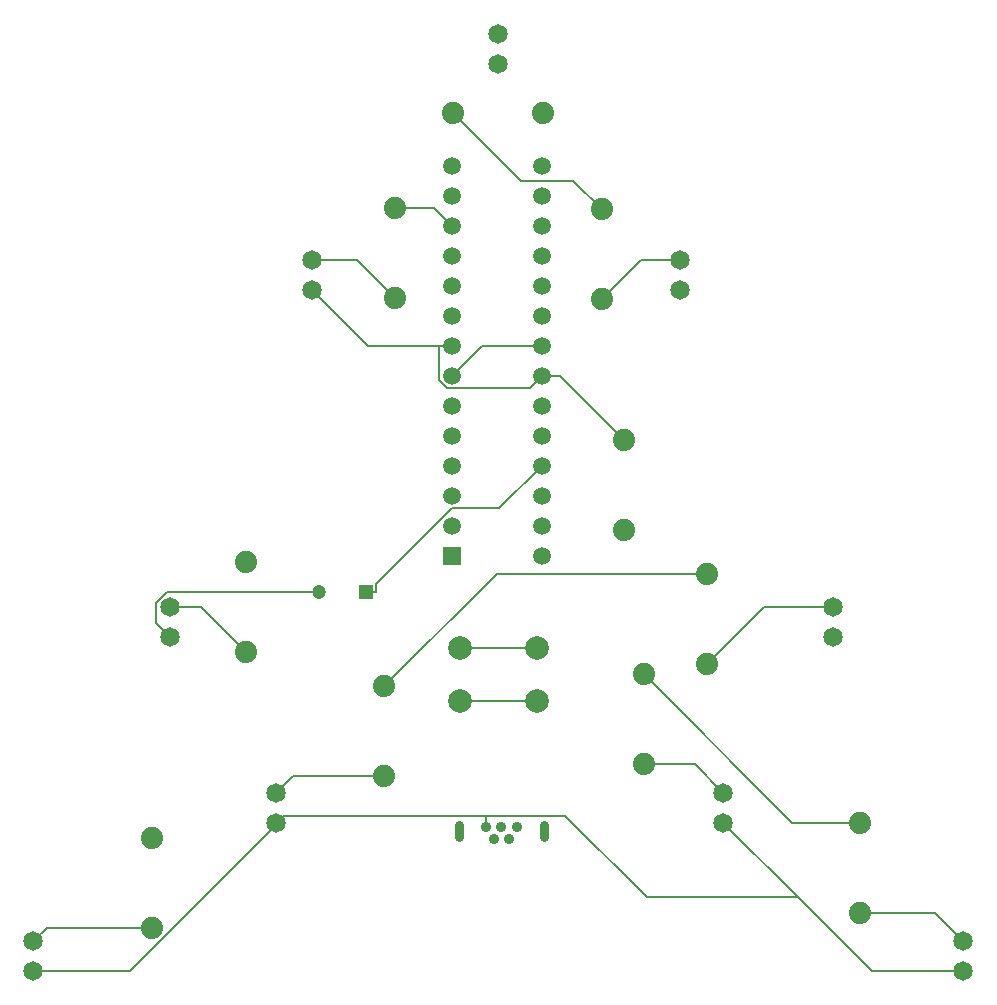
<source format=gtl>
G04 Layer: TopLayer*
G04 EasyEDA v6.2.35, 2019-08-21T20:42:41--4:00*
G04 b93f31dc4dfb4fa4b1faa3162af4ed07,6e2bf04d41c14c7a8c50f1ceb3267db7,10*
G04 Gerber Generator version 0.2*
G04 Scale: 100 percent, Rotated: No, Reflected: No *
G04 Dimensions in millimeters *
G04 leading zeros omitted , absolute positions ,3 integer and 3 decimal *
%FSLAX33Y33*%
%MOMM*%
G90*
G71D02*

%ADD11C,0.159995*%
%ADD12C,1.999996*%
%ADD13C,1.651000*%
%ADD15C,1.199998*%
%ADD16C,1.879600*%
%ADD17C,0.899998*%
%ADD18C,1.499997*%
%ADD20C,0.799998*%

%LPD*%
G54D11*
G01X43499Y57750D02*
G01X46039Y60290D01*
G01X51119Y60290D01*
G01X42387Y60290D02*
G01X43499Y60290D01*
G01X31688Y64989D02*
G01X36387Y60290D01*
G01X42387Y60290D01*
G01X42387Y60290D02*
G01X42387Y57380D01*
G01X43063Y56704D01*
G01X50073Y56704D01*
G01X51119Y57750D01*
G01X8066Y7331D02*
G01X16248Y7331D01*
G01X28640Y19724D01*
G01X28640Y19904D01*
G01X46390Y20491D02*
G01X29227Y20491D01*
G01X28640Y19904D01*
G01X72773Y13618D02*
G01X59969Y13618D01*
G01X53096Y20491D01*
G01X46390Y20491D01*
G01X46390Y19516D02*
G01X46390Y20491D01*
G01X72773Y13618D02*
G01X66486Y19904D01*
G01X86806Y7331D02*
G01X79059Y7331D01*
G01X72773Y13618D01*
G01X32230Y39462D02*
G01X19369Y39462D01*
G01X18455Y38551D01*
G01X18455Y36821D01*
G01X19623Y35652D01*
G01X58104Y52289D02*
G01X52643Y57750D01*
G01X51119Y57750D01*
G01X38673Y71974D02*
G01X41975Y71974D01*
G01X43499Y70450D01*
G01X78043Y19904D02*
G01X72328Y19904D01*
G01X59755Y32477D01*
G01X65089Y40986D02*
G01X47309Y40986D01*
G01X37784Y31461D01*
G01X43626Y79975D02*
G01X49341Y74260D01*
G01X53786Y74260D01*
G01X56199Y71847D01*
G01X44188Y30227D02*
G01X50688Y30227D01*
G01X50688Y34728D02*
G01X44188Y34728D01*
G01X56199Y64227D02*
G01X59501Y67529D01*
G01X62803Y67529D01*
G01X26100Y34382D02*
G01X22290Y38192D01*
G01X19623Y38192D01*
G01X65089Y33366D02*
G01X69915Y38192D01*
G01X75757Y38192D01*
G01X38673Y64354D02*
G01X35498Y67529D01*
G01X31688Y67529D01*
G01X18099Y11014D02*
G01X9209Y11014D01*
G01X8066Y9871D01*
G01X37784Y23841D02*
G01X30037Y23841D01*
G01X28640Y22444D01*
G01X59755Y24857D02*
G01X64073Y24857D01*
G01X66486Y22444D01*
G01X78043Y12284D02*
G01X84393Y12284D01*
G01X86806Y9871D01*
G01X36227Y39462D02*
G01X37068Y39462D01*
G01X37068Y39462D02*
G01X37068Y40092D01*
G01X43497Y46521D01*
G01X47510Y46521D01*
G01X51119Y50130D01*
G54D12*
G01X50686Y30227D03*
G01X44187Y30227D03*
G01X44187Y34727D03*
G01X50686Y34727D03*
G54D13*
G01X62803Y67529D03*
G01X62803Y64989D03*
G01X19623Y38192D03*
G01X19623Y35652D03*
G01X75757Y38192D03*
G01X75757Y35652D03*
G01X31688Y67529D03*
G01X31688Y64989D03*
G01X8066Y9871D03*
G01X8066Y7331D03*
G01X28640Y22444D03*
G01X28640Y19904D03*
G01X66486Y22444D03*
G01X66486Y19904D03*
G01X86806Y9871D03*
G01X86806Y7331D03*
G01X47436Y86706D03*
G01X47436Y84166D03*
G36*
G01X36827Y40062D02*
G01X35628Y40062D01*
G01X35628Y38863D01*
G01X36827Y38863D01*
G01X36827Y40062D01*
G37*
G54D15*
G01X32228Y39462D03*
G54D16*
G01X58104Y44669D03*
G01X58104Y52289D03*
G01X18099Y11014D03*
G01X18099Y18634D03*
G01X56199Y64227D03*
G01X56199Y71847D03*
G01X51246Y79975D03*
G01X43626Y79975D03*
G01X26100Y34382D03*
G01X26100Y42002D03*
G01X65089Y33366D03*
G01X65089Y40986D03*
G01X37784Y23841D03*
G01X37784Y31461D03*
G01X38673Y64354D03*
G01X38673Y71974D03*
G01X59755Y24857D03*
G01X59755Y32477D03*
G01X78043Y12284D03*
G01X78043Y19904D03*
G54D17*
G01X48991Y19516D03*
G01X48341Y18515D03*
G01X47690Y19516D03*
G01X47040Y18515D03*
G01X46390Y19516D03*
G54D18*
G01X51119Y75530D03*
G01X51119Y72990D03*
G01X51119Y70450D03*
G01X51119Y67910D03*
G01X51119Y65370D03*
G01X51119Y62830D03*
G01X51119Y60290D03*
G01X51119Y57750D03*
G01X51119Y55210D03*
G01X51119Y52670D03*
G01X51119Y50130D03*
G01X51119Y47590D03*
G01X51119Y45050D03*
G01X51119Y42510D03*
G01X43499Y75530D03*
G01X43499Y72990D03*
G01X43499Y70450D03*
G01X43499Y67910D03*
G01X43499Y65370D03*
G01X43499Y62830D03*
G01X43499Y60290D03*
G01X43499Y57750D03*
G01X43499Y55210D03*
G01X43499Y52670D03*
G01X43499Y50130D03*
G01X43499Y47590D03*
G01X43499Y45050D03*
G36*
G01X42750Y41761D02*
G01X44249Y41761D01*
G01X44249Y43260D01*
G01X42750Y43260D01*
G01X42750Y41761D01*
G37*
G54D20*
G01X51269Y18716D02*
G01X51269Y19716D01*
G01X44112Y18716D02*
G01X44112Y19716D01*
M00*
M02*

</source>
